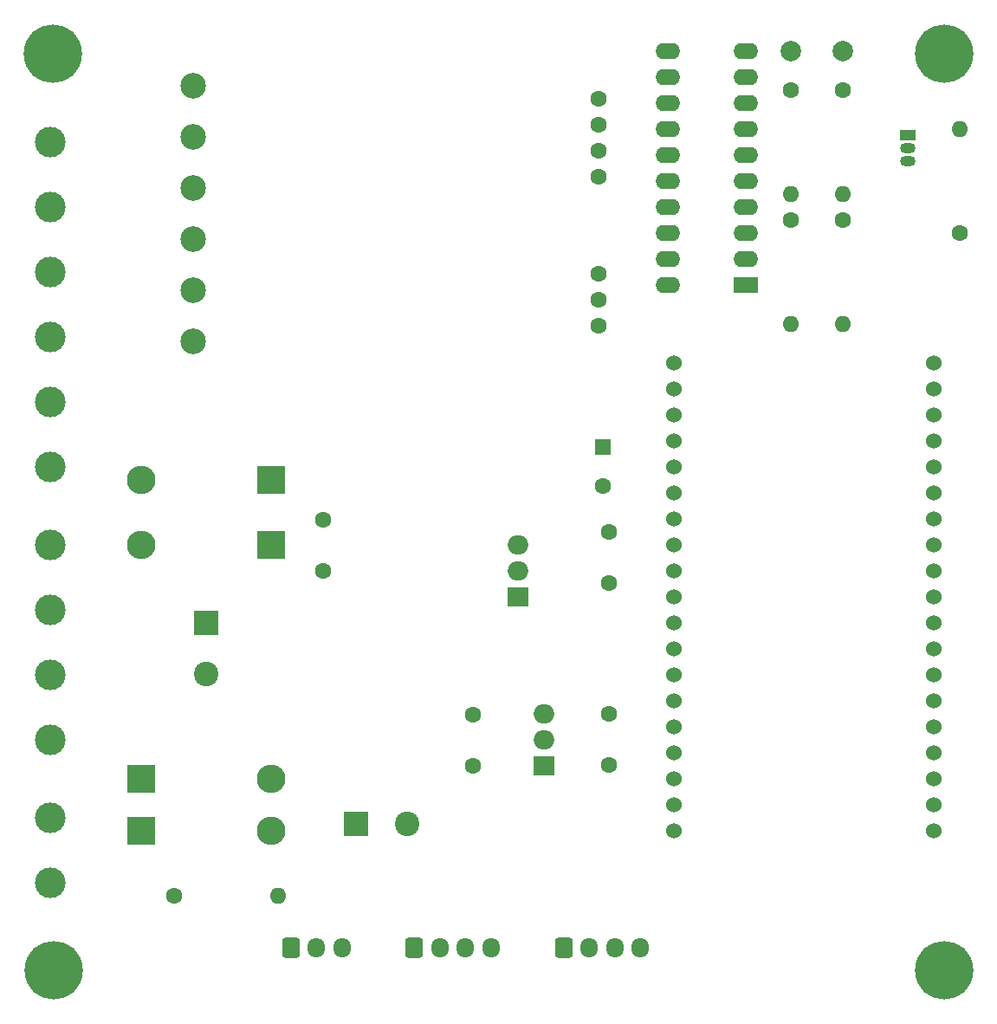
<source format=gbr>
G04 #@! TF.GenerationSoftware,KiCad,Pcbnew,7.0.9*
G04 #@! TF.CreationDate,2024-01-28T19:38:39+01:00*
G04 #@! TF.ProjectId,Labor Netzteil,4c61626f-7220-44e6-9574-7a7465696c2e,rev?*
G04 #@! TF.SameCoordinates,Original*
G04 #@! TF.FileFunction,Soldermask,Top*
G04 #@! TF.FilePolarity,Negative*
%FSLAX46Y46*%
G04 Gerber Fmt 4.6, Leading zero omitted, Abs format (unit mm)*
G04 Created by KiCad (PCBNEW 7.0.9) date 2024-01-28 19:38:39*
%MOMM*%
%LPD*%
G01*
G04 APERTURE LIST*
G04 Aperture macros list*
%AMRoundRect*
0 Rectangle with rounded corners*
0 $1 Rounding radius*
0 $2 $3 $4 $5 $6 $7 $8 $9 X,Y pos of 4 corners*
0 Add a 4 corners polygon primitive as box body*
4,1,4,$2,$3,$4,$5,$6,$7,$8,$9,$2,$3,0*
0 Add four circle primitives for the rounded corners*
1,1,$1+$1,$2,$3*
1,1,$1+$1,$4,$5*
1,1,$1+$1,$6,$7*
1,1,$1+$1,$8,$9*
0 Add four rect primitives between the rounded corners*
20,1,$1+$1,$2,$3,$4,$5,0*
20,1,$1+$1,$4,$5,$6,$7,0*
20,1,$1+$1,$6,$7,$8,$9,0*
20,1,$1+$1,$8,$9,$2,$3,0*%
G04 Aperture macros list end*
%ADD10C,5.700000*%
%ADD11C,1.524000*%
%ADD12R,2.800000X2.800000*%
%ADD13O,2.800000X2.800000*%
%ADD14C,3.000000*%
%ADD15RoundRect,0.250000X-0.600000X-0.725000X0.600000X-0.725000X0.600000X0.725000X-0.600000X0.725000X0*%
%ADD16O,1.700000X1.950000*%
%ADD17C,2.500000*%
%ADD18C,1.600000*%
%ADD19R,2.000000X1.905000*%
%ADD20O,2.000000X1.905000*%
%ADD21R,2.400000X1.600000*%
%ADD22O,2.400000X1.600000*%
%ADD23O,1.600000X1.600000*%
%ADD24R,1.500000X1.050000*%
%ADD25O,1.500000X1.050000*%
%ADD26C,2.000000*%
%ADD27R,2.400000X2.400000*%
%ADD28C,2.400000*%
%ADD29R,1.600000X1.600000*%
G04 APERTURE END LIST*
D10*
X103100000Y-40900000D03*
X190200000Y-40900000D03*
X190200000Y-130500000D03*
X103200000Y-130500000D03*
D11*
X189230000Y-116840000D03*
X189230000Y-114300000D03*
X189230000Y-111760000D03*
X189230000Y-109220000D03*
X189230000Y-106680000D03*
X189230000Y-104140000D03*
X189230000Y-101600000D03*
X189230000Y-99060000D03*
X189230000Y-96520000D03*
X189230000Y-93980000D03*
X189230000Y-91440000D03*
X189230000Y-88900000D03*
X189230000Y-86360000D03*
X189230000Y-83820000D03*
X189230000Y-81280000D03*
X189230000Y-78740000D03*
X189230000Y-76200000D03*
X189230000Y-73660000D03*
X189230000Y-71120000D03*
X163830000Y-71120000D03*
X163830000Y-73660000D03*
X163830000Y-76200000D03*
X163830000Y-78740000D03*
X163830000Y-81280000D03*
X163830000Y-83820000D03*
X163830000Y-86360000D03*
X163830000Y-88900000D03*
X163830000Y-91440000D03*
X163830000Y-93980000D03*
X163830000Y-96520000D03*
X163830000Y-99060000D03*
X163830000Y-101600000D03*
X163830000Y-104140000D03*
X163830000Y-106680000D03*
X163830000Y-109220000D03*
X163830000Y-111760000D03*
X163830000Y-114300000D03*
X163830000Y-116840000D03*
D12*
X124460000Y-82550000D03*
D13*
X111760000Y-82550000D03*
D12*
X111760000Y-116840000D03*
D13*
X124460000Y-116840000D03*
D14*
X102870000Y-49530000D03*
X102870000Y-55880000D03*
X102870000Y-62230000D03*
X102870000Y-88900000D03*
X102870000Y-95250000D03*
X102870000Y-101600000D03*
X102870000Y-107950000D03*
X102870000Y-115570000D03*
D15*
X138430000Y-128270000D03*
D16*
X140930000Y-128270000D03*
X143430000Y-128270000D03*
X145930000Y-128270000D03*
D15*
X153035000Y-128270000D03*
D16*
X155535000Y-128270000D03*
X158035000Y-128270000D03*
X160535000Y-128270000D03*
D15*
X126365000Y-128270000D03*
D16*
X128865000Y-128270000D03*
X131365000Y-128270000D03*
D17*
X116820000Y-44015000D03*
X116820000Y-49015000D03*
X116820000Y-54015000D03*
X116820000Y-59015000D03*
X116820000Y-64015000D03*
X116820000Y-69015000D03*
D18*
X156420000Y-67491000D03*
X156420000Y-64951000D03*
X156464000Y-62411000D03*
X156464000Y-52959000D03*
X156464000Y-50419000D03*
X156464000Y-47879000D03*
X156464000Y-45339000D03*
D19*
X148590000Y-93980000D03*
D20*
X148590000Y-91440000D03*
X148590000Y-88900000D03*
D21*
X170815000Y-63500000D03*
D22*
X170815000Y-60960000D03*
X170815000Y-58420000D03*
X170815000Y-55880000D03*
X170815000Y-53340000D03*
X170815000Y-50800000D03*
X170815000Y-48260000D03*
X170815000Y-45720000D03*
X170815000Y-43180000D03*
X170815000Y-40640000D03*
X163195000Y-40640000D03*
X163195000Y-43180000D03*
X163195000Y-45720000D03*
X163195000Y-48260000D03*
X163195000Y-50800000D03*
X163195000Y-53340000D03*
X163195000Y-55880000D03*
X163195000Y-58420000D03*
X163195000Y-60960000D03*
X163195000Y-63500000D03*
D12*
X111760000Y-111760000D03*
D13*
X124460000Y-111760000D03*
D18*
X129540000Y-91440000D03*
X129540000Y-86440000D03*
D12*
X124460000Y-88900000D03*
D13*
X111760000Y-88900000D03*
D18*
X144145000Y-110490000D03*
X144145000Y-105490000D03*
X157480000Y-105410000D03*
X157480000Y-110410000D03*
X157480000Y-87630000D03*
X157480000Y-92630000D03*
D14*
X102870000Y-81280000D03*
X102870000Y-74930000D03*
D18*
X191770000Y-58420000D03*
D23*
X191770000Y-48260000D03*
D24*
X186690000Y-48895000D03*
D25*
X186690000Y-50165000D03*
X186690000Y-51435000D03*
D18*
X175260000Y-44450000D03*
D23*
X175260000Y-54610000D03*
D18*
X175260000Y-57150000D03*
D23*
X175260000Y-67310000D03*
D18*
X180340000Y-44450000D03*
D23*
X180340000Y-54610000D03*
D18*
X180340000Y-57150000D03*
D23*
X180340000Y-67310000D03*
D26*
X175260000Y-40640000D03*
X180340000Y-40640000D03*
D27*
X118110000Y-96520000D03*
D28*
X118110000Y-101520000D03*
D14*
X102870000Y-121920000D03*
X102870000Y-68580000D03*
D27*
X132715000Y-116205000D03*
D28*
X137715000Y-116205000D03*
D18*
X114935000Y-123190000D03*
D23*
X125095000Y-123190000D03*
D19*
X151130000Y-110490000D03*
D20*
X151130000Y-107950000D03*
X151130000Y-105410000D03*
D29*
X156845000Y-79375000D03*
D18*
X156845000Y-83175000D03*
M02*

</source>
